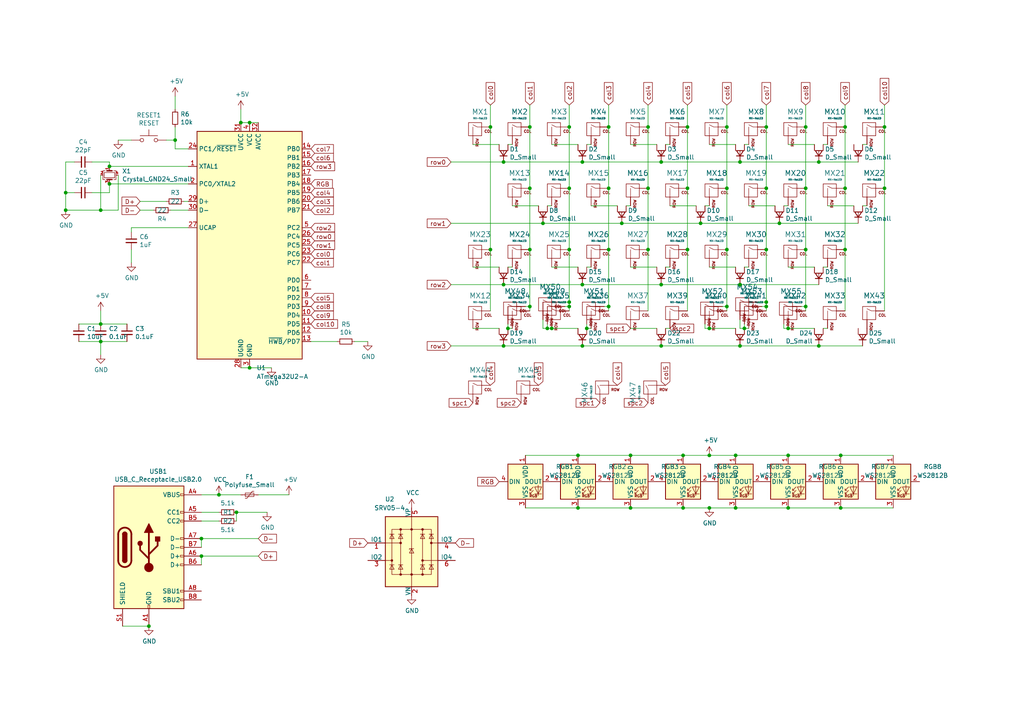
<source format=kicad_sch>
(kicad_sch (version 20211123) (generator eeschema)
  (paper "A4")
  (junction (at 198.12 132.08))
  (junction (at 205.74 132.08))
  (junction (at 228.6 147.32))
  (junction (at 203.2 64.77))
  (junction (at 146.05 46.99))
  (junction (at 222.25 87.63))
  (junction (at 72.39 35.56))
  (junction (at 222.25 88.9))
  (junction (at 205.74 147.32))
  (junction (at 165.1 54.61))
  (junction (at 187.96 36.83))
  (junction (at 237.49 100.33))
  (junction (at 165.1 36.83))
  (junction (at 210.82 72.39))
  (junction (at 19.05 60.96))
  (junction (at 153.67 36.83))
  (junction (at 233.68 54.61))
  (junction (at 176.53 88.9))
  (junction (at 199.39 72.39))
  (junction (at 142.24 72.39))
  (junction (at 233.68 72.39))
  (junction (at 245.11 72.39))
  (junction (at 245.11 54.61))
  (junction (at 210.82 36.83))
  (junction (at 256.54 36.83))
  (junction (at 142.24 36.83))
  (junction (at 187.96 72.39))
  (junction (at 214.63 82.55))
  (junction (at 153.67 88.9))
  (junction (at 146.05 82.55))
  (junction (at 182.88 132.08))
  (junction (at 198.12 147.32))
  (junction (at 243.84 147.32))
  (junction (at 153.67 54.61))
  (junction (at 256.54 54.61))
  (junction (at 226.06 64.77))
  (junction (at 228.6 132.08))
  (junction (at 182.88 147.32))
  (junction (at 187.96 54.61))
  (junction (at 199.39 54.61))
  (junction (at 222.25 36.83))
  (junction (at 214.63 100.33))
  (junction (at 215.9 95.25))
  (junction (at 165.1 72.39))
  (junction (at 43.18 181.61))
  (junction (at 158.75 95.25))
  (junction (at 199.39 36.83))
  (junction (at 72.39 106.68))
  (junction (at 69.85 35.56))
  (junction (at 168.91 100.33))
  (junction (at 160.02 95.25))
  (junction (at 31.75 53.34))
  (junction (at 176.53 54.61))
  (junction (at 213.36 147.32))
  (junction (at 29.21 99.06))
  (junction (at 146.05 100.33))
  (junction (at 29.21 93.98))
  (junction (at 233.68 36.83))
  (junction (at 176.53 36.83))
  (junction (at 228.6 95.25))
  (junction (at 58.42 156.21))
  (junction (at 191.77 82.55))
  (junction (at 214.63 46.99))
  (junction (at 180.34 64.77))
  (junction (at 31.75 48.26))
  (junction (at 167.64 132.08))
  (junction (at 210.82 54.61))
  (junction (at 168.91 82.55))
  (junction (at 63.5 143.51))
  (junction (at 233.68 88.9))
  (junction (at 157.48 64.77))
  (junction (at 147.32 95.25))
  (junction (at 243.84 132.08))
  (junction (at 237.49 46.99))
  (junction (at 222.25 54.61))
  (junction (at 222.25 72.39))
  (junction (at 50.8 40.64))
  (junction (at 176.53 72.39))
  (junction (at 19.05 55.88))
  (junction (at 168.91 46.99))
  (junction (at 29.21 60.96))
  (junction (at 210.82 88.9))
  (junction (at 165.1 87.63))
  (junction (at 191.77 46.99))
  (junction (at 170.18 95.25))
  (junction (at 245.11 36.83))
  (junction (at 58.42 161.29))
  (junction (at 213.36 132.08))
  (junction (at 167.64 147.32))
  (junction (at 191.77 100.33))
  (junction (at 153.67 72.39))
  (junction (at 68.58 148.59))
  (junction (at 165.1 88.9))
  (junction (at 205.74 95.25))
  (wire (pts (xy 193.04 95.25) (xy 194.31 95.25)))
  (wire (pts (xy 176.53 88.9) (xy 176.53 90.17)))
  (wire (pts (xy 181.61 59.69) (xy 182.88 59.69)))
  (wire (pts (xy 35.56 181.61) (xy 43.18 181.61)))
  (wire (pts (xy 31.75 46.99) (xy 26.67 46.99)))
  (wire (pts (xy 245.11 36.83) (xy 245.11 54.61)))
  (wire (pts (xy 222.25 54.61) (xy 222.25 72.39)))
  (wire (pts (xy 168.91 100.33) (xy 191.77 100.33)))
  (wire (pts (xy 204.47 59.69) (xy 205.74 59.69)))
  (wire (pts (xy 233.68 72.39) (xy 233.68 88.9)))
  (wire (pts (xy 213.36 147.32) (xy 228.6 147.32)))
  (wire (pts (xy 214.63 100.33) (xy 237.49 100.33)))
  (wire (pts (xy 168.91 46.99) (xy 191.77 46.99)))
  (wire (pts (xy 63.5 143.51) (xy 69.85 143.51)))
  (wire (pts (xy 31.75 55.88) (xy 31.75 53.34)))
  (wire (pts (xy 187.96 72.39) (xy 187.96 90.17)))
  (wire (pts (xy 233.68 30.48) (xy 233.68 36.83)))
  (wire (pts (xy 54.61 66.04) (xy 38.1 66.04)))
  (wire (pts (xy 247.65 59.69) (xy 240.03 59.69)))
  (wire (pts (xy 193.04 41.91) (xy 194.31 41.91)))
  (wire (pts (xy 204.47 95.25) (xy 204.47 93.98)))
  (wire (pts (xy 214.63 95.25) (xy 215.9 95.25)))
  (wire (pts (xy 58.42 151.13) (xy 63.5 151.13)))
  (wire (pts (xy 167.64 95.25) (xy 160.02 95.25)))
  (wire (pts (xy 54.61 48.26) (xy 31.75 48.26)))
  (wire (pts (xy 38.1 66.04) (xy 38.1 67.31)))
  (wire (pts (xy 180.34 64.77) (xy 203.2 64.77)))
  (wire (pts (xy 50.8 40.64) (xy 50.8 43.18)))
  (wire (pts (xy 237.49 100.33) (xy 250.19 100.33)))
  (wire (pts (xy 165.1 54.61) (xy 165.1 72.39)))
  (wire (pts (xy 170.18 77.47) (xy 171.45 77.47)))
  (wire (pts (xy 243.84 132.08) (xy 259.08 132.08)))
  (wire (pts (xy 142.24 30.48) (xy 142.24 36.83)))
  (wire (pts (xy 256.54 36.83) (xy 256.54 54.61)))
  (wire (pts (xy 147.32 93.98) (xy 147.32 95.25)))
  (wire (pts (xy 22.86 99.06) (xy 29.21 99.06)))
  (wire (pts (xy 245.11 72.39) (xy 245.11 90.17)))
  (wire (pts (xy 187.96 54.61) (xy 187.96 72.39)))
  (wire (pts (xy 167.64 77.47) (xy 160.02 77.47)))
  (wire (pts (xy 29.21 99.06) (xy 36.83 99.06)))
  (wire (pts (xy 193.04 77.47) (xy 194.31 77.47)))
  (wire (pts (xy 199.39 54.61) (xy 199.39 72.39)))
  (wire (pts (xy 153.67 36.83) (xy 153.67 30.48)))
  (wire (pts (xy 245.11 54.61) (xy 245.11 72.39)))
  (wire (pts (xy 77.47 148.59) (xy 68.58 148.59)))
  (wire (pts (xy 238.76 95.25) (xy 240.03 95.25)))
  (wire (pts (xy 170.18 41.91) (xy 171.45 41.91)))
  (wire (pts (xy 238.76 41.91) (xy 240.03 41.91)))
  (wire (pts (xy 222.25 88.9) (xy 222.25 90.17)))
  (wire (pts (xy 157.48 92.71) (xy 157.48 95.25)))
  (wire (pts (xy 34.29 50.8) (xy 34.29 60.96)))
  (wire (pts (xy 222.25 72.39) (xy 222.25 87.63)))
  (wire (pts (xy 158.75 59.69) (xy 160.02 59.69)))
  (wire (pts (xy 48.26 40.64) (xy 50.8 40.64)))
  (wire (pts (xy 175.26 88.9) (xy 176.53 88.9)))
  (wire (pts (xy 158.75 95.25) (xy 160.02 95.25)))
  (wire (pts (xy 29.21 93.98) (xy 29.21 90.17)))
  (wire (pts (xy 213.36 77.47) (xy 205.74 77.47)))
  (wire (pts (xy 69.85 106.68) (xy 72.39 106.68)))
  (wire (pts (xy 58.42 158.75) (xy 58.42 156.21)))
  (wire (pts (xy 228.6 147.32) (xy 243.84 147.32)))
  (wire (pts (xy 214.63 82.55) (xy 237.49 82.55)))
  (wire (pts (xy 228.6 132.08) (xy 243.84 132.08)))
  (wire (pts (xy 236.22 77.47) (xy 228.6 77.47)))
  (wire (pts (xy 147.32 95.25) (xy 148.59 95.25)))
  (wire (pts (xy 29.21 60.96) (xy 19.05 60.96)))
  (wire (pts (xy 236.22 95.25) (xy 228.6 95.25)))
  (wire (pts (xy 238.76 77.47) (xy 240.03 77.47)))
  (wire (pts (xy 214.63 92.71) (xy 214.63 95.25)))
  (wire (pts (xy 152.4 132.08) (xy 167.64 132.08)))
  (wire (pts (xy 72.39 106.68) (xy 78.74 106.68)))
  (wire (pts (xy 38.1 76.2) (xy 38.1 72.39)))
  (wire (pts (xy 53.34 58.42) (xy 54.61 58.42)))
  (wire (pts (xy 250.19 59.69) (xy 251.46 59.69)))
  (wire (pts (xy 54.61 43.18) (xy 50.8 43.18)))
  (wire (pts (xy 165.1 87.63) (xy 165.1 88.9)))
  (wire (pts (xy 31.75 46.99) (xy 31.75 48.26)))
  (wire (pts (xy 191.77 46.99) (xy 214.63 46.99)))
  (wire (pts (xy 199.39 36.83) (xy 199.39 54.61)))
  (wire (pts (xy 215.9 41.91) (xy 217.17 41.91)))
  (wire (pts (xy 106.68 99.06) (xy 102.87 99.06)))
  (wire (pts (xy 29.21 93.98) (xy 36.83 93.98)))
  (wire (pts (xy 19.05 46.99) (xy 21.59 46.99)))
  (wire (pts (xy 210.82 30.48) (xy 210.82 36.83)))
  (wire (pts (xy 19.05 55.88) (xy 19.05 46.99)))
  (wire (pts (xy 162.56 87.63) (xy 165.1 87.63)))
  (wire (pts (xy 190.5 77.47) (xy 182.88 77.47)))
  (wire (pts (xy 142.24 72.39) (xy 142.24 90.17)))
  (wire (pts (xy 222.25 87.63) (xy 222.25 88.9)))
  (wire (pts (xy 157.48 95.25) (xy 158.75 95.25)))
  (wire (pts (xy 215.9 77.47) (xy 217.17 77.47)))
  (wire (pts (xy 146.05 46.99) (xy 168.91 46.99)))
  (wire (pts (xy 191.77 82.55) (xy 214.63 82.55)))
  (wire (pts (xy 50.8 36.83) (xy 50.8 40.64)))
  (wire (pts (xy 153.67 36.83) (xy 153.67 54.61)))
  (wire (pts (xy 29.21 93.98) (xy 22.86 93.98)))
  (wire (pts (xy 167.64 147.32) (xy 182.88 147.32)))
  (wire (pts (xy 199.39 72.39) (xy 199.39 90.17)))
  (wire (pts (xy 179.07 59.69) (xy 171.45 59.69)))
  (wire (pts (xy 210.82 36.83) (xy 210.82 54.61)))
  (wire (pts (xy 219.71 87.63) (xy 222.25 87.63)))
  (wire (pts (xy 220.98 88.9) (xy 222.25 88.9)))
  (wire (pts (xy 167.64 132.08) (xy 182.88 132.08)))
  (wire (pts (xy 205.74 95.25) (xy 204.47 95.25)))
  (wire (pts (xy 176.53 54.61) (xy 176.53 72.39)))
  (wire (pts (xy 205.74 132.08) (xy 213.36 132.08)))
  (wire (pts (xy 213.36 41.91) (xy 205.74 41.91)))
  (wire (pts (xy 156.21 59.69) (xy 148.59 59.69)))
  (wire (pts (xy 146.05 100.33) (xy 168.91 100.33)))
  (wire (pts (xy 187.96 36.83) (xy 187.96 54.61)))
  (wire (pts (xy 198.12 132.08) (xy 205.74 132.08)))
  (wire (pts (xy 142.24 36.83) (xy 142.24 72.39)))
  (wire (pts (xy 26.67 55.88) (xy 31.75 55.88)))
  (wire (pts (xy 146.05 82.55) (xy 168.91 82.55)))
  (wire (pts (xy 68.58 151.13) (xy 68.58 148.59)))
  (wire (pts (xy 182.88 147.32) (xy 198.12 147.32)))
  (wire (pts (xy 72.39 35.56) (xy 74.93 35.56)))
  (wire (pts (xy 215.9 93.98) (xy 215.9 95.25)))
  (wire (pts (xy 250.19 41.91) (xy 251.46 41.91)))
  (wire (pts (xy 198.12 147.32) (xy 205.74 147.32)))
  (wire (pts (xy 190.5 41.91) (xy 182.88 41.91)))
  (wire (pts (xy 19.05 55.88) (xy 19.05 60.96)))
  (wire (pts (xy 130.81 82.55) (xy 146.05 82.55)))
  (wire (pts (xy 205.74 147.32) (xy 213.36 147.32)))
  (wire (pts (xy 38.1 40.64) (xy 34.29 40.64)))
  (wire (pts (xy 147.32 41.91) (xy 148.59 41.91)))
  (wire (pts (xy 130.81 100.33) (xy 146.05 100.33)))
  (wire (pts (xy 214.63 46.99) (xy 237.49 46.99)))
  (wire (pts (xy 40.64 58.42) (xy 48.26 58.42)))
  (wire (pts (xy 157.48 64.77) (xy 180.34 64.77)))
  (wire (pts (xy 44.45 60.96) (xy 40.64 60.96)))
  (wire (pts (xy 176.53 36.83) (xy 176.53 54.61)))
  (wire (pts (xy 49.53 60.96) (xy 54.61 60.96)))
  (wire (pts (xy 29.21 102.87) (xy 29.21 99.06)))
  (wire (pts (xy 222.25 36.83) (xy 222.25 30.48)))
  (wire (pts (xy 213.36 132.08) (xy 228.6 132.08)))
  (wire (pts (xy 69.85 35.56) (xy 72.39 35.56)))
  (wire (pts (xy 69.85 31.75) (xy 69.85 35.56)))
  (wire (pts (xy 29.21 50.8) (xy 29.21 60.96)))
  (wire (pts (xy 130.81 64.77) (xy 157.48 64.77)))
  (wire (pts (xy 209.55 88.9) (xy 210.82 88.9)))
  (wire (pts (xy 137.16 41.91) (xy 144.78 41.91)))
  (wire (pts (xy 21.59 55.88) (xy 19.05 55.88)))
  (wire (pts (xy 210.82 88.9) (xy 210.82 90.17)))
  (wire (pts (xy 176.53 72.39) (xy 176.53 88.9)))
  (wire (pts (xy 163.83 88.9) (xy 165.1 88.9)))
  (wire (pts (xy 144.78 77.47) (xy 137.16 77.47)))
  (wire (pts (xy 232.41 88.9) (xy 233.68 88.9)))
  (wire (pts (xy 167.64 41.91) (xy 160.02 41.91)))
  (wire (pts (xy 58.42 161.29) (xy 74.93 161.29)))
  (wire (pts (xy 31.75 53.34) (xy 54.61 53.34)))
  (wire (pts (xy 199.39 36.83) (xy 199.39 30.48)))
  (wire (pts (xy 245.11 36.83) (xy 245.11 30.48)))
  (wire (pts (xy 176.53 36.83) (xy 176.53 30.48)))
  (wire (pts (xy 158.75 93.98) (xy 158.75 95.25)))
  (wire (pts (xy 165.1 72.39) (xy 165.1 87.63)))
  (wire (pts (xy 222.25 36.83) (xy 222.25 54.61)))
  (wire (pts (xy 182.88 95.25) (xy 190.5 95.25)))
  (wire (pts (xy 58.42 156.21) (xy 74.93 156.21)))
  (wire (pts (xy 236.22 41.91) (xy 228.6 41.91)))
  (wire (pts (xy 147.32 77.47) (xy 148.59 77.47)))
  (wire (pts (xy 170.18 93.98) (xy 170.18 95.25)))
  (wire (pts (xy 191.77 100.33) (xy 214.63 100.33)))
  (wire (pts (xy 130.81 46.99) (xy 146.05 46.99)))
  (wire (pts (xy 226.06 64.77) (xy 248.92 64.77)))
  (wire (pts (xy 58.42 148.59) (xy 63.5 148.59)))
  (wire (pts (xy 153.67 88.9) (xy 153.67 90.17)))
  (wire (pts (xy 187.96 30.48) (xy 187.96 36.83)))
  (wire (pts (xy 152.4 88.9) (xy 153.67 88.9)))
  (wire (pts (xy 152.4 147.32) (xy 167.64 147.32)))
  (wire (pts (xy 58.42 143.51) (xy 63.5 143.51)))
  (wire (pts (xy 153.67 72.39) (xy 153.67 88.9)))
  (wire (pts (xy 170.18 95.25) (xy 171.45 95.25)))
  (wire (pts (xy 165.1 30.48) (xy 165.1 36.83)))
  (wire (pts (xy 227.33 59.69) (xy 228.6 59.69)))
  (wire (pts (xy 237.49 46.99) (xy 248.92 46.99)))
  (wire (pts (xy 182.88 132.08) (xy 198.12 132.08)))
  (wire (pts (xy 243.84 147.32) (xy 259.08 147.32)))
  (wire (pts (xy 213.36 95.25) (xy 205.74 95.25)))
  (wire (pts (xy 210.82 54.61) (xy 210.82 72.39)))
  (wire (pts (xy 224.79 59.69) (xy 217.17 59.69)))
  (wire (pts (xy 256.54 54.61) (xy 256.54 90.17)))
  (wire (pts (xy 97.79 99.06) (xy 90.17 99.06)))
  (wire (pts (xy 29.21 60.96) (xy 34.29 60.96)))
  (wire (pts (xy 168.91 82.55) (xy 191.77 82.55)))
  (wire (pts (xy 233.68 88.9) (xy 233.68 90.17)))
  (wire (pts (xy 153.67 54.61) (xy 153.67 72.39)))
  (wire (pts (xy 227.33 93.98) (xy 227.33 95.25)))
  (wire (pts (xy 210.82 72.39) (xy 210.82 88.9)))
  (wire (pts (xy 50.8 27.94) (xy 50.8 31.75)))
  (wire (pts (xy 58.42 163.83) (xy 58.42 161.29)))
  (wire (pts (xy 165.1 36.83) (xy 165.1 54.61)))
  (wire (pts (xy 233.68 36.83) (xy 233.68 54.61)))
  (wire (pts (xy 201.93 59.69) (xy 194.31 59.69)))
  (wire (pts (xy 227.33 95.25) (xy 228.6 95.25)))
  (wire (pts (xy 256.54 30.48) (xy 256.54 36.83)))
  (wire (pts (xy 203.2 64.77) (xy 226.06 64.77)))
  (wire (pts (xy 165.1 88.9) (xy 165.1 90.17)))
  (wire (pts (xy 233.68 54.61) (xy 233.68 72.39)))
  (wire (pts (xy 137.16 95.25) (xy 144.78 95.25)))
  (wire (pts (xy 215.9 95.25) (xy 217.17 95.25)))
  (wire (pts (xy 74.93 143.51) (xy 83.82 143.51)))
  (global_label "col3" (shape input) (at 90.17 58.42 0) (property "Intersheet References" "${INTERSHEET_REFS}" (effects hide)))
  (global_label "col10" (shape input) (at 90.17 93.98 0) (property "Intersheet References" "${INTERSHEET_REFS}" (effects hide)))
  (global_label "row0" (shape input) (at 90.17 68.58 0) (property "Intersheet References" "${INTERSHEET_REFS}" (effects hide)))
  (global_label "col5" (shape input) (at 199.39 30.48 90) (property "Intersheet References" "${INTERSHEET_REFS}" (effects hide)))
  (global_label "col4" (shape input) (at 179.07 111.76 90) (property "Intersheet References" "${INTERSHEET_REFS}" (effects hide)))
  (global_label "col6" (shape input) (at 90.17 45.72 0) (property "Intersheet References" "${INTERSHEET_REFS}" (effects hide)))
  (global_label "col9" (shape input) (at 90.17 91.44 0) (property "Intersheet References" "${INTERSHEET_REFS}" (effects hide)))
  (global_label "row3" (shape input) (at 90.17 48.26 0) (property "Intersheet References" "${INTERSHEET_REFS}" (effects hide)))
  (global_label "col6" (shape input) (at 210.82 30.48 90) (property "Intersheet References" "${INTERSHEET_REFS}" (effects hide)))
  (global_label "col9" (shape input) (at 245.11 30.48 90) (property "Intersheet References" "${INTERSHEET_REFS}" (effects hide)))
  (global_label "RGB" (shape input) (at 90.17 53.34 0) (property "Intersheet References" "${INTERSHEET_REFS}" (effects hide)))
  (global_label "col7" (shape input) (at 90.17 43.18 0) (property "Intersheet References" "${INTERSHEET_REFS}" (effects hide)))
  (global_label "col0" (shape input) (at 90.17 73.66 0) (property "Intersheet References" "${INTERSHEET_REFS}" (effects hide)))
  (global_label "spc2" (shape input) (at 187.96 116.84 180) (property "Intersheet References" "${INTERSHEET_REFS}" (effects hide)))
  (global_label "D-" (shape input) (at 74.93 156.21 0) (property "Intersheet References" "${INTERSHEET_REFS}" (effects hide)))
  (global_label "row0" (shape input) (at 130.81 46.99 180) (property "Intersheet References" "${INTERSHEET_REFS}" (effects hide)))
  (global_label "spc2" (shape input) (at 151.13 116.84 180) (property "Intersheet References" "${INTERSHEET_REFS}" (effects hide)))
  (global_label "col1" (shape input) (at 90.17 76.2 0) (property "Intersheet References" "${INTERSHEET_REFS}" (effects hide)))
  (global_label "col10" (shape input) (at 256.54 30.48 90) (property "Intersheet References" "${INTERSHEET_REFS}" (effects hide)))
  (global_label "spc1" (shape input) (at 182.88 95.25 180) (property "Intersheet References" "${INTERSHEET_REFS}" (effects hide)))
  (global_label "D+" (shape input) (at 106.68 157.48 180) (property "Intersheet References" "${INTERSHEET_REFS}" (effects hide)))
  (global_label "row2" (shape input) (at 130.81 82.55 180) (property "Intersheet References" "${INTERSHEET_REFS}" (effects hide)))
  (global_label "col5" (shape input) (at 156.21 111.76 90) (property "Intersheet References" "${INTERSHEET_REFS}" (effects hide)))
  (global_label "spc2" (shape input) (at 194.31 95.25 0) (property "Intersheet References" "${INTERSHEET_REFS}" (effects hide)))
  (global_label "col8" (shape input) (at 233.68 30.48 90) (property "Intersheet References" "${INTERSHEET_REFS}" (effects hide)))
  (global_label "row1" (shape input) (at 130.81 64.77 180) (property "Intersheet References" "${INTERSHEET_REFS}" (effects hide)))
  (global_label "col5" (shape input) (at 90.17 86.36 0) (property "Intersheet References" "${INTERSHEET_REFS}" (effects hide)))
  (global_label "col1" (shape input) (at 153.67 30.48 90) (property "Intersheet References" "${INTERSHEET_REFS}" (effects hide)))
  (global_label "spc1" (shape input) (at 173.99 116.84 180) (property "Intersheet References" "${INTERSHEET_REFS}" (effects hide)))
  (global_label "D-" (shape input) (at 132.08 157.48 0) (property "Intersheet References" "${INTERSHEET_REFS}" (effects hide)))
  (global_label "RGB" (shape input) (at 144.78 139.7 180) (property "Intersheet References" "${INTERSHEET_REFS}" (effects hide)))
  (global_label "D+" (shape input) (at 74.93 161.29 0) (property "Intersheet References" "${INTERSHEET_REFS}" (effects hide)))
  (global_label "col2" (shape input) (at 165.1 30.48 90) (property "Intersheet References" "${INTERSHEET_REFS}" (effects hide)))
  (global_label "col4" (shape input) (at 90.17 55.88 0) (property "Intersheet References" "${INTERSHEET_REFS}" (effects hide)))
  (global_label "D+" (shape input) (at 40.64 58.42 180) (property "Intersheet References" "${INTERSHEET_REFS}" (effects hide)))
  (global_label "col4" (shape input) (at 187.96 30.48 90) (property "Intersheet References" "${INTERSHEET_REFS}" (effects hide)))
  (global_label "col8" (shape input) (at 90.17 88.9 0) (property "Intersheet References" "${INTERSHEET_REFS}" (effects hide)))
  (global_label "row3" (shape input) (at 130.81 100.33 180) (property "Intersheet References" "${INTERSHEET_REFS}" (effects hide)))
  (global_label "spc1" (shape input) (at 137.16 116.84 180) (property "Intersheet References" "${INTERSHEET_REFS}" (effects hide)))
  (global_label "D-" (shape input) (at 40.64 60.96 180) (property "Intersheet References" "${INTERSHEET_REFS}" (effects hide)))
  (global_label "col4" (shape input) (at 142.24 111.76 90) (property "Intersheet References" "${INTERSHEET_REFS}" (effects hide)))
  (global_label "row2" (shape input) (at 90.17 66.04 0) (property "Intersheet References" "${INTERSHEET_REFS}" (effects hide)))
  (global_label "col7" (shape input) (at 222.25 30.48 90) (property "Intersheet References" "${INTERSHEET_REFS}" (effects hide)))
  (global_label "col2" (shape input) (at 90.17 60.96 0) (property "Intersheet References" "${INTERSHEET_REFS}" (effects hide)))
  (global_label "row1" (shape input) (at 90.17 71.12 0) (property "Intersheet References" "${INTERSHEET_REFS}" (effects hide)))
  (global_label "col5" (shape input) (at 193.04 111.76 90) (property "Intersheet References" "${INTERSHEET_REFS}" (effects hide)))
  (global_label "col3" (shape input) (at 176.53 30.48 90) (property "Intersheet References" "${INTERSHEET_REFS}" (effects hide)))
  (global_label "col0" (shape input) (at 142.24 30.48 90) (property "Intersheet References" "${INTERSHEET_REFS}" (effects hide)))
  (symbol (lib_id "power:+5V") (at 69.85 31.75 0) (unit 1)
    (property "Reference" "#PWR02" (effects hide))
    (property "Value" "+5V" (at 70.231 27.3558 0))
  )
  (symbol (lib_id "power:GND") (at 78.74 106.68 0) (unit 1)
    (property "Reference" "#PWR017" (effects hide))
    (property "Value" "GND" (at 78.867 111.0742 0))
  )
  (symbol (lib_id "Device:R_Small") (at 100.33 99.06 270) (unit 1)
    (property "Reference" "R5" (at 100.33 94.0816 90))
    (property "Value" "10k" (at 100.33 96.393 90))
    (property "Footprint" "Resistor_SMD:R_0805_2012Metric" (effects hide))
    (property "LCSC" "C17414" (effects hide))
  )
  (symbol (lib_id "power:GND") (at 106.68 99.06 0) (unit 1)
    (property "Reference" "#PWR012" (effects hide))
    (property "Value" "GND" (at 106.807 103.4542 0))
  )
  (symbol (lib_id "Device:C_Small") (at 38.1 69.85 0) (unit 1)
    (property "Reference" "C6" (at 40.4368 68.6816 0) (effects (justify left)))
    (property "Value" "1uF" (at 40.4368 70.993 0) (effects (justify left)))
    (property "Footprint" "Capacitor_SMD:C_0805_2012Metric" (effects hide))
    (property "LCSC" "C24123" (effects hide))
  )
  (symbol (lib_id "power:GND") (at 38.1 76.2 0) (unit 1)
    (property "Reference" "#PWR010" (effects hide))
    (property "Value" "GND" (at 38.227 80.5942 0))
  )
  (symbol (lib_id "power:GND") (at 29.21 102.87 0) (unit 1)
    (property "Reference" "#PWR016" (effects hide))
    (property "Value" "GND" (at 29.337 107.2642 0))
  )
  (symbol (lib_id "power:+5V") (at 29.21 90.17 0) (unit 1)
    (property "Reference" "#PWR015" (effects hide))
    (property "Value" "+5V" (at 29.591 85.7758 0))
  )
  (symbol (lib_id "Device:C_Small") (at 29.21 96.52 0) (unit 1)
    (property "Reference" "C2" (at 31.5468 95.3516 0) (effects (justify left)))
    (property "Value" "0.1uF" (at 31.5468 97.663 0) (effects (justify left)))
    (property "Footprint" "Capacitor_SMD:C_0805_2012Metric" (effects hide))
    (property "LCSC" "C49678" (effects hide))
  )
  (symbol (lib_id "Device:C_Small") (at 36.83 96.52 0) (unit 1)
    (property "Reference" "C3" (at 39.1668 95.3516 0) (effects (justify left)))
    (property "Value" "0.1uF" (at 39.1668 97.663 0) (effects (justify left)))
    (property "Footprint" "Capacitor_SMD:C_0805_2012Metric" (effects hide))
    (property "LCSC" "C49678" (effects hide))
  )
  (symbol (lib_id "Device:C_Small") (at 22.86 96.52 0) (unit 1)
    (property "Reference" "C1" (at 25.1968 95.3516 0) (effects (justify left)))
    (property "Value" "10uF" (at 25.1968 97.663 0) (effects (justify left)))
    (property "Footprint" "Capacitor_SMD:C_0805_2012Metric" (effects hide))
    (property "LCSC" "C91245" (effects hide))
  )
  (symbol (lib_id "Device:Crystal_GND24_Small") (at 31.75 50.8 270) (unit 1)
    (property "Reference" "X1" (at 35.4076 49.6316 90) (effects (justify left)))
    (property "Value" "Crystal_GND24_Small" (at 35.4076 51.943 90) (effects (justify left)))
    (property "Footprint" "Crystal:Crystal_SMD_3225-4Pin_3.2x2.5mm" (effects hide))
    (property "LCSC" "C13738" (effects hide))
  )
  (symbol (lib_id "Device:C_Small") (at 24.13 46.99 270) (unit 1)
    (property "Reference" "C4" (at 24.13 41.1734 90))
    (property "Value" "22pF" (at 24.13 43.4848 90))
    (property "Footprint" "Capacitor_SMD:C_0805_2012Metric" (effects hide))
    (property "LCSC" "C1804" (effects hide))
  )
  (symbol (lib_id "Device:C_Small") (at 24.13 55.88 270) (unit 1)
    (property "Reference" "C5" (at 24.13 50.0634 90))
    (property "Value" "22pF" (at 24.13 52.3748 90))
    (property "Footprint" "Capacitor_SMD:C_0805_2012Metric" (effects hide))
    (property "LCSC" "C1804" (effects hide))
  )
  (symbol (lib_id "power:GND") (at 19.05 60.96 0) (unit 1)
    (property "Reference" "#PWR04" (effects hide))
    (property "Value" "GND" (at 19.177 65.3542 0))
  )
  (symbol (lib_id "Switch:SW_Push") (at 43.18 40.64 0) (unit 1)
    (property "Reference" "RESET1" (at 43.18 33.401 0))
    (property "Value" "RESET" (at 43.18 35.7124 0))
    (property "Footprint" "Connector_PinHeader_2.54mm:PinHeader_1x02_P2.54mm_Vertical" (effects hide))
  )
  (symbol (lib_id "power:GND") (at 34.29 40.64 0) (unit 1)
    (property "Reference" "#PWR03" (effects hide))
    (property "Value" "GND" (at 34.417 45.0342 0))
  )
  (symbol (lib_id "Device:R_Small") (at 50.8 34.29 180) (unit 1)
    (property "Reference" "R6" (at 52.2986 33.1216 0) (effects (justify right)))
    (property "Value" "10k" (at 52.2986 35.433 0) (effects (justify right)))
    (property "Footprint" "Resistor_SMD:R_0805_2012Metric" (effects hide))
    (property "LCSC" "C17414" (effects hide))
  )
  (symbol (lib_id "power:+5V") (at 50.8 27.94 0) (unit 1)
    (property "Reference" "#PWR01" (effects hide))
    (property "Value" "+5V" (at 51.181 23.5458 0))
  )
  (symbol (lib_id "Device:R_Small") (at 50.8 58.42 90) (unit 1)
    (property "Reference" "R3" (at 50.8 55.88 90))
    (property "Value" "22" (at 50.8 58.42 90))
    (property "Footprint" "Resistor_SMD:R_0805_2012Metric" (effects hide))
    (property "LCSC" "C17561" (effects hide))
  )
  (symbol (lib_id "Device:R_Small") (at 46.99 60.96 90) (unit 1)
    (property "Reference" "R4" (at 46.99 63.5 90))
    (property "Value" "22" (at 46.99 60.96 90))
    (property "Footprint" "Resistor_SMD:R_0805_2012Metric" (effects hide))
    (property "LCSC" "C17561" (effects hide))
  )
  (symbol (lib_id "Device:Polyfuse_Small") (at 72.39 143.51 270) (unit 1)
    (property "Reference" "F1" (at 72.39 138.303 90))
    (property "Value" "Polyfuse_Small" (at 72.39 140.6144 90))
    (property "Footprint" "Fuse:Fuse_1206_3216Metric" (effects hide))
    (property "LCSC" "C69688" (effects hide))
  )
  (symbol (lib_id "power:+5V") (at 83.82 143.51 0) (unit 1)
    (property "Reference" "#PWR06" (effects hide))
    (property "Value" "+5V" (at 84.201 139.1158 0))
  )
  (symbol (lib_id "power:VCC") (at 63.5 143.51 0) (unit 1)
    (property "Reference" "#PWR07" (effects hide))
    (property "Value" "VCC" (at 63.881 139.1158 0))
  )
  (symbol (lib_id "power:GND") (at 43.18 181.61 0) (unit 1)
    (property "Reference" "#PWR08" (effects hide))
    (property "Value" "GND" (at 43.307 186.0042 0))
  )
  (symbol (lib_id "MX_Alps_Hybrid:MX-NoLED") (at 149.86 38.1 0) (unit 1)
    (property "Reference" "MX2" (at 150.6982 32.4358 0) (effects (font (size 1.524 1.524))))
    (property "Value" "MX-NoLED" (at 150.6982 34.3154 0) (effects (font (size 0.508 0.508))))
    (property "Footprint" "MX_Only:MXOnly-1U-NoLED" (effects hide))
  )
  (symbol (lib_id "MX_Alps_Hybrid:MX-NoLED") (at 161.29 38.1 0) (unit 1)
    (property "Reference" "MX3" (at 162.1282 32.4358 0) (effects (font (size 1.524 1.524))))
    (property "Value" "MX-NoLED" (at 162.1282 34.3154 0) (effects (font (size 0.508 0.508))))
    (property "Footprint" "MX_Only:MXOnly-1U-NoLED" (effects hide))
  )
  (symbol (lib_id "MX_Alps_Hybrid:MX-NoLED") (at 172.72 38.1 0) (unit 1)
    (property "Reference" "MX4" (at 173.5582 32.4358 0) (effects (font (size 1.524 1.524))))
    (property "Value" "MX-NoLED" (at 173.5582 34.3154 0) (effects (font (size 0.508 0.508))))
    (property "Footprint" "MX_Only:MXOnly-1U-NoLED" (effects hide))
  )
  (symbol (lib_id "MX_Alps_Hybrid:MX-NoLED") (at 184.15 38.1 0) (unit 1)
    (property "Reference" "MX5" (at 184.9882 32.4358 0) (effects (font (size 1.524 1.524))))
    (property "Value" "MX-NoLED" (at 184.9882 34.3154 0) (effects (font (size 0.508 0.508))))
    (property "Footprint" "MX_Only:MXOnly-1U-NoLED" (effects hide))
  )
  (symbol (lib_id "custom:D_AAK_Small") (at 168.91 44.45 90) (unit 1)
    (property "Reference" "D2" (at 170.688 43.2816 90) (effects (justify right)))
    (property "Value" "D_Small" (at 170.688 45.593 90) (effects (justify right)))
    (property "Footprint" "custom_parts:D_SOT-23_ANK_norm" (effects hide))
    (property "LCSC" "C68978" (effects hide))
  )
  (symbol (lib_id "MX_Alps_Hybrid:MX-NoLED") (at 195.58 38.1 0) (unit 1)
    (property "Reference" "MX6" (at 196.4182 32.4358 0) (effects (font (size 1.524 1.524))))
    (property "Value" "MX-NoLED" (at 196.4182 34.3154 0) (effects (font (size 0.508 0.508))))
    (property "Footprint" "MX_Only:MXOnly-1U-NoLED" (effects hide))
  )
  (symbol (lib_id "MX_Alps_Hybrid:MX-NoLED") (at 207.01 38.1 0) (unit 1)
    (property "Reference" "MX7" (at 207.8482 32.4358 0) (effects (font (size 1.524 1.524))))
    (property "Value" "MX-NoLED" (at 207.8482 34.3154 0) (effects (font (size 0.508 0.508))))
    (property "Footprint" "MX_Only:MXOnly-1U-NoLED" (effects hide))
  )
  (symbol (lib_id "custom:D_AAK_Small") (at 191.77 44.45 90) (unit 1)
    (property "Reference" "D3" (at 193.548 43.2816 90) (effects (justify right)))
    (property "Value" "D_Small" (at 193.548 45.593 90) (effects (justify right)))
    (property "Footprint" "custom_parts:D_SOT-23_ANK_norm" (effects hide))
    (property "LCSC" "C68978" (effects hide))
  )
  (symbol (lib_id "MX_Alps_Hybrid:MX-NoLED") (at 218.44 38.1 0) (unit 1)
    (property "Reference" "MX8" (at 219.2782 32.4358 0) (effects (font (size 1.524 1.524))))
    (property "Value" "MX-NoLED" (at 219.2782 34.3154 0) (effects (font (size 0.508 0.508))))
    (property "Footprint" "MX_Only:MXOnly-1U-NoLED" (effects hide))
  )
  (symbol (lib_id "MX_Alps_Hybrid:MX-NoLED") (at 229.87 38.1 0) (unit 1)
    (property "Reference" "MX9" (at 230.7082 32.4358 0) (effects (font (size 1.524 1.524))))
    (property "Value" "MX-NoLED" (at 230.7082 34.3154 0) (effects (font (size 0.508 0.508))))
    (property "Footprint" "MX_Only:MXOnly-1U-NoLED" (effects hide))
  )
  (symbol (lib_id "custom:D_AAK_Small") (at 214.63 44.45 90) (unit 1)
    (property "Reference" "D4" (at 216.408 43.2816 90) (effects (justify right)))
    (property "Value" "D_Small" (at 216.408 45.593 90) (effects (justify right)))
    (property "Footprint" "custom_parts:D_SOT-23_ANK_norm" (effects hide))
    (property "LCSC" "C68978" (effects hide))
  )
  (symbol (lib_id "MX_Alps_Hybrid:MX-NoLED") (at 241.3 38.1 0) (unit 1)
    (property "Reference" "MX10" (at 242.1382 32.4358 0) (effects (font (size 1.524 1.524))))
    (property "Value" "MX-NoLED" (at 242.1382 34.3154 0) (effects (font (size 0.508 0.508))))
    (property "Footprint" "MX_Only:MXOnly-1U-NoLED" (effects hide))
  )
  (symbol (lib_id "custom:D_AAK_Small") (at 237.49 44.45 90) (unit 1)
    (property "Reference" "D5" (at 239.268 43.2816 90) (effects (justify right)))
    (property "Value" "D_Small" (at 239.268 45.593 90) (effects (justify right)))
    (property "Footprint" "custom_parts:D_SOT-23_ANK_norm" (effects hide))
    (property "LCSC" "C68978" (effects hide))
  )
  (symbol (lib_id "power:VCC") (at 119.38 147.32 0) (unit 1)
    (property "Reference" "#PWR0103" (effects hide))
    (property "Value" "VCC" (at 119.761 142.9258 0))
  )
  (symbol (lib_id "Connector:USB_C_Receptacle_USB2.0") (at 43.18 158.75 0) (unit 1)
    (property "Reference" "USB1" (at 45.8978 136.7282 0))
    (property "Value" "USB_C_Receptacle_USB2.0" (at 45.8978 139.0396 0))
    (property "Footprint" "Connector_USB:USB_C_Receptacle_HRO_TYPE-C-31-M-12" (effects hide))
    (property "Datasheet" "https://www.usb.org/sites/default/files/documents/usb_type-c.zip" (effects hide))
    (property "LCSC" "C165948" (effects hide))
  )
  (symbol (lib_id "Device:R_Small") (at 66.04 148.59 270) (unit 1)
    (property "Reference" "R1" (at 66.04 148.59 90))
    (property "Value" "5.1k" (at 66.04 145.923 90))
    (property "Footprint" "Resistor_SMD:R_0805_2012Metric" (effects hide))
    (property "LCSC" "C27834" (effects hide))
  )
  (symbol (lib_id "Device:R_Small") (at 66.04 151.13 270) (unit 1)
    (property "Reference" "R2" (at 66.04 151.13 90))
    (property "Value" "5.1k" (at 66.04 153.67 90))
    (property "Footprint" "Resistor_SMD:R_0805_2012Metric" (effects hide))
    (property "LCSC" "C27834" (effects hide))
  )
  (symbol (lib_id "power:GND") (at 77.47 148.59 0) (unit 1)
    (property "Reference" "#PWR0104" (effects hide))
    (property "Value" "GND" (at 77.597 152.9842 0))
  )
  (symbol (lib_id "MX_Alps_Hybrid:MX-NoLED") (at 138.43 38.1 0) (unit 1)
    (property "Reference" "MX1" (at 139.2682 32.4358 0) (effects (font (size 1.524 1.524))))
    (property "Value" "MX-NoLED" (at 139.2682 34.3154 0) (effects (font (size 0.508 0.508))))
    (property "Footprint" "MX_Only:MXOnly-1U-NoLED" (effects hide))
  )
  (symbol (lib_id "Power_Protection:SRV05-4") (at 119.38 160.02 0) (unit 1)
    (property "Reference" "U2" (at 113.03 144.78 0))
    (property "Value" "SRV05-4" (at 113.03 147.32 0))
    (property "Footprint" "Package_TO_SOT_SMD:SOT-23-6" (effects hide))
    (property "Datasheet" "http://www.onsemi.com/pub/Collateral/SRV05-4-D.PDF" (effects hide))
    (property "LCSC" "C85364" (effects hide))
  )
  (symbol (lib_id "power:GND") (at 119.38 172.72 0) (unit 1)
    (property "Reference" "#PWR014" (effects hide))
    (property "Value" "GND" (at 119.507 177.1142 0))
  )
  (symbol (lib_id "MX_Alps_Hybrid:MX-NoLED") (at 252.73 38.1 0) (unit 1)
    (property "Reference" "MX11" (at 253.5682 32.4358 0) (effects (font (size 1.524 1.524))))
    (property "Value" "MX-NoLED" (at 253.5682 34.3154 0) (effects (font (size 0.508 0.508))))
    (property "Footprint" "MX_Only:MXOnly-1U-NoLED" (effects hide))
  )
  (symbol (lib_id "custom:D_AAK_Small") (at 146.05 44.45 90) (unit 1)
    (property "Reference" "D1" (at 147.828 43.2816 90) (effects (justify right)))
    (property "Value" "D_Small" (at 147.828 45.593 90) (effects (justify right)))
    (property "Footprint" "custom_parts:D_SOT-23_ANK_norm" (effects hide))
    (property "LCSC" "C68978" (effects hide))
  )
  (symbol (lib_id "MX_Alps_Hybrid:MX-NoLED") (at 149.86 91.44 0) (unit 1)
    (property "Reference" "MX34" (at 150.6982 85.7758 0) (effects (font (size 1.524 1.524))))
    (property "Value" "MX-NoLED" (at 150.6982 87.6554 0) (effects (font (size 0.508 0.508))))
    (property "Footprint" "MX_Only:MXOnly-1.25U-NoLED" (effects hide))
  )
  (symbol (lib_id "MX_Alps_Hybrid:MX-NoLED") (at 138.43 113.03 0) (unit 1)
    (property "Reference" "MX44" (at 139.2682 107.3658 0) (effects (font (size 1.524 1.524))))
    (property "Value" "MX-NoLED" (at 139.2682 109.2454 0) (effects (font (size 0.508 0.508))))
    (property "Footprint" "MX_Only:MXOnly-2.75U-ReversedStabilizers-NoLED" (effects hide))
  )
  (symbol (lib_id "MX_Alps_Hybrid:MX-NoLED") (at 228.6 90.17 0) (unit 1)
    (property "Reference" "MX55" (at 229.4382 84.5058 0) (effects (font (size 1.524 1.524))))
    (property "Value" "MX-NoLED" (at 229.4382 86.3854 0) (effects (font (size 0.508 0.508))))
    (property "Footprint" "MX_Only:MXOnly-1.5U-NoLED" (effects hide))
  )
  (symbol (lib_id "MX_Alps_Hybrid:MX-NoLED") (at 171.45 90.17 0) (unit 1)
    (property "Reference" "MX51" (at 172.2882 84.5058 0) (effects (font (size 1.524 1.524))))
    (property "Value" "MX-NoLED" (at 172.2882 86.3854 0) (effects (font (size 0.508 0.508))))
    (property "Footprint" "MX_Only:MXOnly-1U-NoLED" (effects hide))
  )
  (symbol (lib_id "MX_Alps_Hybrid:MX-NoLED") (at 218.44 91.44 0) (unit 1)
    (property "Reference" "MX41" (at 219.2782 85.7758 0) (effects (font (size 1.524 1.524))))
    (property "Value" "MX-NoLED" (at 219.2782 87.6554 0) (effects (font (size 0.508 0.508))))
    (property "Footprint" "MX_Only:MXOnly-1U-NoLED" (effects hide))
  )
  (symbol (lib_id "custom:D_AAK_Small") (at 180.34 62.23 90) (unit 1)
    (property "Reference" "D9" (at 182.118 61.0616 90) (effects (justify right)))
    (property "Value" "D_Small" (at 182.118 63.373 90) (effects (justify right)))
    (property "Footprint" "custom_parts:D_SOT-23_ANK_norm" (effects hide))
    (property "LCSC" "C68978" (effects hide))
  )
  (symbol (lib_id "MX_Alps_Hybrid:MX-NoLED") (at 160.02 90.17 0) (unit 1)
    (property "Reference" "MX49" (at 160.8582 84.5058 0) (effects (font (size 1.524 1.524))))
    (property "Value" "MX-NoLED" (at 160.8582 86.3854 0) (effects (font (size 0.508 0.508))))
    (property "Footprint" "MX_Only:MXOnly-1.25U-NoLED" (effects hide))
  )
  (symbol (lib_id "custom:D_AAK_Small") (at 237.49 97.79 270) (mirror x) (unit 1)
    (property "Reference" "D24" (at 235.712 96.6216 90) (effects (justify right)))
    (property "Value" "D_Small" (at 235.712 98.933 90) (effects (justify right)))
    (property "Footprint" "custom_parts:D_SOT-23_ANK_norm" (effects hide))
    (property "LCSC" "C68978" (effects hide))
  )
  (symbol (lib_id "MX_Alps_Hybrid:MX-NoLED") (at 241.3 55.88 0) (unit 1)
    (property "Reference" "MX21" (at 242.1382 50.2158 0) (effects (font (size 1.524 1.524))))
    (property "Value" "MX-NoLED" (at 242.1382 52.0954 0) (effects (font (size 0.508 0.508))))
    (property "Footprint" "MX_Only:MXOnly-1U-NoLED" (effects hide))
  )
  (symbol (lib_id "MX_Alps_Hybrid:MX-NoLED") (at 172.72 55.88 0) (unit 1)
    (property "Reference" "MX15" (at 173.5582 50.2158 0) (effects (font (size 1.524 1.524))))
    (property "Value" "MX-NoLED" (at 173.5582 52.0954 0) (effects (font (size 0.508 0.508))))
    (property "Footprint" "MX_Only:MXOnly-1U-NoLED" (effects hide))
  )
  (symbol (lib_id "MX_Alps_Hybrid:MX-NoLED") (at 184.15 73.66 0) (unit 1)
    (property "Reference" "MX27" (at 184.9882 67.9958 0) (effects (font (size 1.524 1.524))))
    (property "Value" "MX-NoLED" (at 184.9882 69.8754 0) (effects (font (size 0.508 0.508))))
    (property "Footprint" "MX_Only:MXOnly-1U-NoLED" (effects hide))
  )
  (symbol (lib_id "MX_Alps_Hybrid:MX-NoLED") (at 172.72 73.66 0) (unit 1)
    (property "Reference" "MX26" (at 173.5582 67.9958 0) (effects (font (size 1.524 1.524))))
    (property "Value" "MX-NoLED" (at 173.5582 69.8754 0) (effects (font (size 0.508 0.508))))
    (property "Footprint" "MX_Only:MXOnly-1U-NoLED" (effects hide))
  )
  (symbol (lib_id "custom:D_AAK_Small") (at 226.06 62.23 90) (unit 1)
    (property "Reference" "D11" (at 227.838 61.0616 90) (effects (justify right)))
    (property "Value" "D_Small" (at 227.838 63.373 90) (effects (justify right)))
    (property "Footprint" "custom_parts:D_SOT-23_ANK_norm" (effects hide))
    (property "LCSC" "C68978" (effects hide))
  )
  (symbol (lib_id "MX_Alps_Hybrid:MX-NoLED") (at 152.4 113.03 0) (unit 1)
    (property "Reference" "MX45" (at 153.2382 107.3658 0) (effects (font (size 1.524 1.524))))
    (property "Value" "MX-NoLED" (at 153.2382 109.2454 0) (effects (font (size 0.508 0.508))))
    (property "Footprint" "MX_Only:MXOnly-2.25U-ReversedStabilizers-NoLED" (effects hide))
  )
  (symbol (lib_id "MX_Alps_Hybrid:MX-NoLED") (at 184.15 55.88 0) (unit 1)
    (property "Reference" "MX16" (at 184.9882 50.2158 0) (effects (font (size 1.524 1.524))))
    (property "Value" "MX-NoLED" (at 184.9882 52.0954 0) (effects (font (size 0.508 0.508))))
    (property "Footprint" "MX_Only:MXOnly-1U-NoLED" (effects hide))
  )
  (symbol (lib_id "custom:D_AAK_Small") (at 250.19 97.79 90) (unit 1)
    (property "Reference" "D25" (at 251.968 96.6216 90) (effects (justify right)))
    (property "Value" "D_Small" (at 251.968 98.933 90) (effects (justify right)))
    (property "Footprint" "custom_parts:D_SOT-23_ANK_norm" (effects hide))
    (property "LCSC" "C68978" (effects hide))
  )
  (symbol (lib_id "power:+5V") (at 205.74 132.08 0) (unit 1)
    (property "Reference" "#PWR0102" (effects hide))
    (property "Value" "+5V" (at 206.121 127.6858 0))
  )
  (symbol (lib_id "MX_Alps_Hybrid:MX-NoLED") (at 138.43 73.66 0) (unit 1)
    (property "Reference" "MX23" (at 139.2682 67.9958 0) (effects (font (size 1.524 1.524))))
    (property "Value" "MX-NoLED" (at 139.2682 69.8754 0) (effects (font (size 0.508 0.508))))
    (property "Footprint" "MX_Only:MXOnly-1.75U-NoLED" (effects hide))
  )
  (symbol (lib_id "custom:D_AAK_Small") (at 248.92 44.45 90) (unit 1)
    (property "Reference" "D6" (at 250.698 43.2816 90) (effects (justify right)))
    (property "Value" "D_Small" (at 250.698 45.593 90) (effects (justify right)))
    (property "Footprint" "custom_parts:D_SOT-23_ANK_norm" (effects hide))
    (property "LCSC" "C68978" (effects hide))
  )
  (symbol (lib_id "MCU_Microchip_ATmega:ATmega32U2-A") (at 72.39 71.12 0) (unit 1)
    (property "Reference" "U1" (at 74.4094 106.68 0) (effects (justify left)))
    (property "Value" "ATmega32U2-A" (at 74.4094 109.22 0) (effects (justify left)))
    (property "Footprint" "Package_QFP:TQFP-32_7x7mm_P0.8mm" (effects hide))
    (property "Datasheet" "http://ww1.microchip.com/downloads/en/DeviceDoc/doc7799.pdf" (effects hide))
    (property "LCSC" "C618733" (effects hide))
  )
  (symbol (lib_id "LED:WS2812B") (at 152.4 139.7 0) (unit 1)
    (property "Reference" "RGB1" (at 163.83 135.3693 0))
    (property "Value" "WS2812B" (at 163.83 137.9093 0))
    (property "Footprint" "custom_parts:WS2812-2020" (effects hide))
    (property "Datasheet" "https://cdn-shop.adafruit.com/datasheets/WS2812B.pdf" (effects hide))
  )
  (symbol (lib_id "MX_Alps_Hybrid:MX-NoLED") (at 148.59 90.17 0) (unit 1)
    (property "Reference" "MX48" (at 149.4282 84.5058 0) (effects (font (size 1.524 1.524))))
    (property "Value" "MX-NoLED" (at 149.4282 86.3854 0) (effects (font (size 0.508 0.508))))
    (property "Footprint" "MX_Only:MXOnly-1.5U-NoLED" (effects hide))
  )
  (symbol (lib_id "MX_Alps_Hybrid:MX-NoLED") (at 184.15 91.44 0) (unit 1)
    (property "Reference" "MX37" (at 184.9882 85.7758 0) (effects (font (size 1.524 1.524))))
    (property "Value" "MX-NoLED" (at 184.9882 87.6554 0) (effects (font (size 0.508 0.508))))
    (property "Footprint" "MX_Only:MXOnly-3U-ReversedStabilizers-NoLED" (effects hide))
  )
  (symbol (lib_id "LED:WS2812B") (at 228.6 139.7 0) (unit 1)
    (property "Reference" "RGB6" (at 240.03 135.3693 0))
    (property "Value" "WS2812B" (at 240.03 137.9093 0))
    (property "Footprint" "custom_parts:WS2812-2020" (effects hide))
    (property "Datasheet" "https://cdn-shop.adafruit.com/datasheets/WS2812B.pdf" (effects hide))
  )
  (symbol (lib_id "LED:WS2812B") (at 213.36 139.7 0) (unit 1)
    (property "Reference" "RGB5" (at 224.79 135.3693 0))
    (property "Value" "WS2812B" (at 224.79 137.9093 0))
    (property "Footprint" "custom_parts:WS2812-2020" (effects hide))
    (property "Datasheet" "https://cdn-shop.adafruit.com/datasheets/WS2812B.pdf" (effects hide))
  )
  (symbol (lib_id "MX_Alps_Hybrid:MX-NoLED") (at 205.74 90.17 0) (unit 1)
    (property "Reference" "MX52" (at 206.5782 84.5058 0) (effects (font (size 1.524 1.524))))
    (property "Value" "MX-NoLED" (at 206.5782 86.3854 0) (effects (font (size 0.508 0.508))))
    (property "Footprint" "MX_Only:MXOnly-1U-NoLED" (effects hide))
  )
  (symbol (lib_id "custom:D_AAK_Small") (at 214.63 97.79 90) (unit 1)
    (property "Reference" "D23" (at 216.408 96.6216 90) (effects (justify right)))
    (property "Value" "D_Small" (at 216.408 98.933 90) (effects (justify right)))
    (property "Footprint" "custom_parts:D_SOT-23_ANK_norm" (effects hide))
    (property "LCSC" "C68978" (effects hide))
  )
  (symbol (lib_id "MX_Alps_Hybrid:MX-NoLED") (at 138.43 91.44 0) (unit 1)
    (property "Reference" "MX12" (at 139.2682 85.7758 0) (effects (font (size 1.524 1.524))))
    (property "Value" "MX-NoLED" (at 139.2682 87.6554 0) (effects (font (size 0.508 0.508))))
    (property "Footprint" "MX_Only:MXOnly-1.25U-NoLED" (effects hide))
  )
  (symbol (lib_id "custom:D_AAK_Small") (at 191.77 97.79 90) (unit 1)
    (property "Reference" "D22" (at 193.548 96.6216 90) (effects (justify right)))
    (property "Value" "D_Small" (at 193.548 98.933 90) (effects (justify right)))
    (property "Footprint" "custom_parts:D_SOT-23_ANK_norm" (effects hide))
    (property "LCSC" "C68978" (effects hide))
  )
  (symbol (lib_id "custom:D_AAK_Small") (at 168.91 97.79 90) (unit 1)
    (property "Reference" "D20" (at 170.688 96.6216 90) (effects (justify right)))
    (property "Value" "D_Small" (at 170.688 98.933 90) (effects (justify right)))
    (property "Footprint" "custom_parts:D_SOT-23_ANK_norm" (effects hide))
    (property "LCSC" "C68978" (effects hide))
  )
  (symbol (lib_id "custom:D_AAK_Small") (at 237.49 80.01 90) (unit 1)
    (property "Reference" "D18" (at 239.268 78.8416 90) (effects (justify right)))
    (property "Value" "D_Small" (at 239.268 81.153 90) (effects (justify right)))
    (property "Footprint" "custom_parts:D_SOT-23_ANK_norm" (effects hide))
    (property "LCSC" "C68978" (effects hide))
  )
  (symbol (lib_id "MX_Alps_Hybrid:MX-NoLED") (at 158.75 88.9 0) (unit 1)
    (property "Reference" "MX50" (at 159.5882 83.2358 0) (effects (font (size 1.524 1.524))))
    (property "Value" "MX-NoLED" (at 159.5882 85.1154 0) (effects (font (size 0.508 0.508))))
    (property "Footprint" "MX_Only:MXOnly-1U-NoLED" (effects hide))
  )
  (symbol (lib_id "MX_Alps_Hybrid:MX-NoLED") (at 218.44 55.88 0) (unit 1)
    (property "Reference" "MX19" (at 219.2782 50.2158 0) (effects (font (size 1.524 1.524))))
    (property "Value" "MX-NoLED" (at 219.2782 52.0954 0) (effects (font (size 0.508 0.508))))
    (property "Footprint" "MX_Only:MXOnly-1U-NoLED" (effects hide))
  )
  (symbol (lib_id "custom:D_AAK_Small") (at 248.92 62.23 90) (unit 1)
    (property "Reference" "D12" (at 250.698 61.0616 90) (effects (justify right)))
    (property "Value" "D_Small" (at 250.698 63.373 90) (effects (justify right)))
    (property "Footprint" "custom_parts:D_SOT-23_ANK_norm" (effects hide))
    (property "LCSC" "C68978" (effects hide))
  )
  (symbol (lib_id "MX_Alps_Hybrid:MX-NoLED") (at 195.58 73.66 0) (unit 1)
    (property "Reference" "MX28" (at 196.4182 67.9958 0) (effects (font (size 1.524 1.524))))
    (property "Value" "MX-NoLED" (at 196.4182 69.8754 0) (effects (font (size 0.508 0.508))))
    (property "Footprint" "MX_Only:MXOnly-1U-NoLED" (effects hide))
  )
  (symbol (lib_id "custom:D_AAK_Small") (at 191.77 80.01 90) (unit 1)
    (property "Reference" "D16" (at 193.548 78.8416 90) (effects (justify right)))
    (property "Value" "D_Small" (at 193.548 81.153 90) (effects (justify right)))
    (property "Footprint" "custom_parts:D_SOT-23_ANK_norm" (effects hide))
    (property "LCSC" "C68978" (effects hide))
  )
  (symbol (lib_id "MX_Alps_Hybrid:MX-NoLED") (at 207.01 73.66 0) (unit 1)
    (property "Reference" "MX29" (at 207.8482 67.9958 0) (effects (font (size 1.524 1.524))))
    (property "Value" "MX-NoLED" (at 207.8482 69.8754 0) (effects (font (size 0.508 0.508))))
    (property "Footprint" "MX_Only:MXOnly-1U-NoLED" (effects hide))
  )
  (symbol (lib_id "MX_Alps_Hybrid:MX-NoLED") (at 175.26 113.03 90) (mirror x) (unit 1)
    (property "Reference" "MX46" (at 169.5958 113.8682 0) (effects (font (size 1.524 1.524))))
    (property "Value" "MX-NoLED" (at 171.4754 113.8682 0) (effects (font (size 0.508 0.508))))
    (property "Footprint" "MX_Only:MXOnly-2.25U-ReversedStabilizers-NoLED" (effects hide))
  )
  (symbol (lib_id "MX_Alps_Hybrid:MX-NoLED") (at 252.73 55.88 0) (unit 1)
    (property "Reference" "MX22" (at 253.5682 50.2158 0) (effects (font (size 1.524 1.524))))
    (property "Value" "MX-NoLED" (at 253.5682 52.0954 0) (effects (font (size 0.508 0.508))))
    (property "Footprint" "MX_Only:MXOnly-1.75U-NoLED" (effects hide))
  )
  (symbol (lib_id "MX_Alps_Hybrid:MX-NoLED") (at 189.23 113.03 90) (mirror x) (unit 1)
    (property "Reference" "MX47" (at 183.5658 113.8682 0) (effects (font (size 1.524 1.524))))
    (property "Value" "MX-NoLED" (at 185.4454 113.8682 0) (effects (font (size 0.508 0.508))))
    (property "Footprint" "MX_Only:MXOnly-2.75U-ReversedStabilizers-NoLED" (effects hide))
  )
  (symbol (lib_id "LED:WS2812B") (at 167.64 139.7 0) (unit 1)
    (property "Reference" "RGB2" (at 179.07 135.3693 0))
    (property "Value" "WS2812B" (at 179.07 137.9093 0))
    (property "Footprint" "custom_parts:WS2812-2020" (effects hide))
    (property "Datasheet" "https://cdn-shop.adafruit.com/datasheets/WS2812B.pdf" (effects hide))
  )
  (symbol (lib_id "LED:WS2812B") (at 243.84 139.7 0) (unit 1)
    (property "Reference" "RGB7" (at 255.27 135.3693 0))
    (property "Value" "WS2812B" (at 255.27 137.9093 0))
    (property "Footprint" "custom_parts:WS2812-2020" (effects hide))
    (property "Datasheet" "https://cdn-shop.adafruit.com/datasheets/WS2812B.pdf" (effects hide))
  )
  (symbol (lib_id "MX_Alps_Hybrid:MX-NoLED") (at 149.86 73.66 0) (unit 1)
    (property "Reference" "MX24" (at 150.6982 67.9958 0) (effects (font (size 1.524 1.524))))
    (property "Value" "MX-NoLED" (at 150.6982 69.8754 0) (effects (font (size 0.508 0.508))))
    (property "Footprint" "MX_Only:MXOnly-1U-NoLED" (effects hide))
  )
  (symbol (lib_id "MX_Alps_Hybrid:MX-NoLED") (at 252.73 91.44 0) (unit 1)
    (property "Reference" "MX43" (at 253.5682 85.7758 0) (effects (font (size 1.524 1.524))))
    (property "Value" "MX-NoLED" (at 253.5682 87.6554 0) (effects (font (size 0.508 0.508))))
    (property "Footprint" "MX_Only:MXOnly-1U-NoLED" (effects hide))
  )
  (symbol (lib_id "custom:D_AAK_Small") (at 157.48 62.23 90) (unit 1)
    (property "Reference" "D8" (at 159.258 61.0616 90) (effects (justify right)))
    (property "Value" "D_Small" (at 159.258 63.373 90) (effects (justify right)))
    (property "Footprint" "custom_parts:D_SOT-23_ANK_norm" (effects hide))
    (property "LCSC" "C68978" (effects hide))
  )
  (symbol (lib_id "MX_Alps_Hybrid:MX-NoLED") (at 218.44 73.66 0) (unit 1)
    (property "Reference" "MX30" (at 219.2782 67.9958 0) (effects (font (size 1.524 1.524))))
    (property "Value" "MX-NoLED" (at 219.2782 69.8754 0) (effects (font (size 0.508 0.508))))
    (property "Footprint" "MX_Only:MXOnly-1U-NoLED" (effects hide))
  )
  (symbol (lib_id "custom:D_AAK_Small") (at 168.91 80.01 90) (unit 1)
    (property "Reference" "D15" (at 170.688 78.8416 90) (effects (justify right)))
    (property "Value" "D_Small" (at 170.688 81.153 90) (effects (justify right)))
    (property "Footprint" "custom_parts:D_SOT-23_ANK_norm" (effects hide))
    (property "LCSC" "C68978" (effects hide))
  )
  (symbol (lib_id "MX_Alps_Hybrid:MX-NoLED") (at 195.58 55.88 0) (unit 1)
    (property "Reference" "MX17" (at 196.4182 50.2158 0) (effects (font (size 1.524 1.524))))
    (property "Value" "MX-NoLED" (at 196.4182 52.0954 0) (effects (font (size 0.508 0.508))))
    (property "Footprint" "MX_Only:MXOnly-1U-NoLED" (effects hide))
  )
  (symbol (lib_id "MX_Alps_Hybrid:MX-NoLED") (at 207.01 55.88 0) (unit 1)
    (property "Reference" "MX18" (at 207.8482 50.2158 0) (effects (font (size 1.524 1.524))))
    (property "Value" "MX-NoLED" (at 207.8482 52.0954 0) (effects (font (size 0.508 0.508))))
    (property "Footprint" "MX_Only:MXOnly-1U-NoLED" (effects hide))
  )
  (symbol (lib_id "MX_Alps_Hybrid:MX-NoLED") (at 229.87 55.88 0) (unit 1)
    (property "Reference" "MX20" (at 230.7082 50.2158 0) (effects (font (size 1.524 1.524))))
    (property "Value" "MX-NoLED" (at 230.7082 52.0954 0) (effects (font (size 0.508 0.508))))
    (property "Footprint" "MX_Only:MXOnly-1U-NoLED" (effects hide))
  )
  (symbol (lib_id "MX_Alps_Hybrid:MX-NoLED") (at 161.29 91.44 0) (unit 1)
    (property "Reference" "MX35" (at 162.1282 85.7758 0) (effects (font (size 1.524 1.524))))
    (property "Value" "MX-NoLED" (at 162.1282 87.6554 0) (effects (font (size 0.508 0.508))))
    (property "Footprint" "MX_Only:MXOnly-1U-NoLED" (effects hide))
  )
  (symbol (lib_id "MX_Alps_Hybrid:MX-NoLED") (at 241.3 91.44 0) (unit 1)
    (property "Reference" "MX33" (at 242.1382 85.7758 0) (effects (font (size 1.524 1.524))))
    (property "Value" "MX-NoLED" (at 242.1382 87.6554 0) (effects (font (size 0.508 0.508))))
    (property "Footprint" "MX_Only:MXOnly-1.25U-NoLED" (effects hide))
  )
  (symbol (lib_id "LED:WS2812B") (at 182.88 139.7 0) (unit 1)
    (property "Reference" "RGB3" (at 194.31 135.3693 0))
    (property "Value" "WS2812B" (at 194.31 137.9093 0))
    (property "Footprint" "custom_parts:WS2812-2020" (effects hide))
    (property "Datasheet" "https://cdn-shop.adafruit.com/datasheets/WS2812B.pdf" (effects hide))
  )
  (symbol (lib_id "custom:D_AAK_Small") (at 214.63 80.01 90) (unit 1)
    (property "Reference" "D17" (at 216.408 78.8416 90) (effects (justify right)))
    (property "Value" "D_Small" (at 216.408 81.153 90) (effects (justify right)))
    (property "Footprint" "custom_parts:D_SOT-23_ANK_norm" (effects hide))
    (property "LCSC" "C68978" (effects hide))
  )
  (symbol (lib_id "custom:D_AAK_Small") (at 146.05 97.79 90) (unit 1)
    (property "Reference" "D19" (at 147.828 96.6216 90) (effects (justify right)))
    (property "Value" "D_Small" (at 147.828 98.933 90) (effects (justify right)))
    (property "Footprint" "custom_parts:D_SOT-23_ANK_norm" (effects hide))
    (property "LCSC" "C68978" (effects hide))
  )
  (symbol (lib_id "LED:WS2812B") (at 198.12 139.7 0) (unit 1)
    (property "Reference" "RGB4" (at 209.55 135.3693 0))
    (property "Value" "WS2812B" (at 209.55 137.9093 0))
    (property "Footprint" "custom_parts:WS2812-2020" (effects hide))
    (property "Datasheet" "https://cdn-shop.adafruit.com/datasheets/WS2812B.pdf" (effects hide))
  )
  (symbol (lib_id "MX_Alps_Hybrid:MX-NoLED") (at 195.58 91.44 0) (unit 1)
    (property "Reference" "MX39" (at 196.4182 85.7758 0) (effects (font (size 1.524 1.524))))
    (property "Value" "MX-NoLED" (at 196.4182 87.6554 0) (effects (font (size 0.508 0.508))))
    (property "Footprint" "MX_Only:MXOnly-2U-ReversedStabilizers-NoLED" (effects hide))
  )
  (symbol (lib_id "custom:D_AAK_Small") (at 203.2 62.23 90) (unit 1)
    (property "Reference" "D10" (at 204.978 61.0616 90) (effects (justify right)))
    (property "Value" "D_Small" (at 204.978 63.373 90) (effects (justify right)))
    (property "Footprint" "custom_parts:D_SOT-23_ANK_norm" (effects hide))
    (property "LCSC" "C68978" (effects hide))
  )
  (symbol (lib_id "MX_Alps_Hybrid:MX-NoLED") (at 241.3 73.66 0) (unit 1)
    (property "Reference" "MX32" (at 242.1382 67.9958 0) (effects (font (size 1.524 1.524))))
    (property "Value" "MX-NoLED" (at 242.1382 69.8754 0) (effects (font (size 0.508 0.508))))
    (property "Footprint" "MX_Only:MXOnly-1U-NoLED" (effects hide))
  )
  (symbol (lib_id "MX_Alps_Hybrid:MX-NoLED") (at 172.72 91.44 0) (unit 1)
    (property "Reference" "MX36" (at 173.5582 85.7758 0) (effects (font (size 1.524 1.524))))
    (property "Value" "MX-NoLED" (at 173.5582 87.6554 0) (effects (font (size 0.508 0.508))))
    (property "Footprint" "MX_Only:MXOnly-1.25U-NoLED" (effects hide))
  )
  (symbol (lib_id "MX_Alps_Hybrid:MX-NoLED") (at 217.17 90.17 0) (unit 1)
    (property "Reference" "MX53" (at 218.0082 84.5058 0) (effects (font (size 1.524 1.524))))
    (property "Value" "MX-NoLED" (at 218.0082 86.3854 0) (effects (font (size 0.508 0.508))))
    (property "Footprint" "MX_Only:MXOnly-1.25U-NoLED" (effects hide))
  )
  (symbol (lib_id "MX_Alps_Hybrid:MX-NoLED") (at 207.01 91.44 0) (unit 1)
    (property "Reference" "MX40" (at 207.8482 85.7758 0) (effects (font (size 1.524 1.524))))
    (property "Value" "MX-NoLED" (at 207.8482 87.6554 0) (effects (font (size 0.508 0.508))))
    (property "Footprint" "MX_Only:MXOnly-1.25U-NoLED" (effects hide))
  )
  (symbol (lib_id "MX_Alps_Hybrid:MX-NoLED") (at 229.87 73.66 0) (unit 1)
    (property "Reference" "MX31" (at 230.7082 67.9958 0) (effects (font (size 1.524 1.524))))
    (property "Value" "MX-NoLED" (at 230.7082 69.8754 0) (effects (font (size 0.508 0.508))))
    (property "Footprint" "MX_Only:MXOnly-1U-NoLED" (effects hide))
  )
  (symbol (lib_id "LED:WS2812B") (at 259.08 139.7 0) (unit 1)
    (property "Reference" "RGB8" (at 270.51 135.3693 0))
    (property "Value" "WS2812B" (at 270.51 137.9093 0))
    (property "Footprint" "custom_parts:WS2812-2020" (effects hide))
    (property "Datasheet" "https://cdn-shop.adafruit.com/datasheets/WS2812B.pdf" (effects hide))
  )
  (symbol (lib_id "power:GND") (at 205.74 147.32 0) (unit 1)
    (property "Reference" "#PWR0101" (effects hide))
    (property "Value" "GND" (at 205.867 151.7142 0))
  )
  (symbol (lib_id "MX_Alps_Hybrid:MX-NoLED") (at 215.9 88.9 0) (unit 1)
    (property "Reference" "MX54" (at 216.7382 83.2358 0) (effects (font (size 1.524 1.524))))
    (property "Value" "MX-NoLED" (at 216.7382 85.1154 0) (effects (font (size 0.508 0.508))))
    (property "Footprint" "MX_Only:MXOnly-1U-NoLED" (effects hide))
  )
  (symbol (lib_id "custom:D_AAK_Small") (at 146.05 80.01 90) (unit 1)
    (property "Reference" "D14" (at 147.828 78.8416 90) (effects (justify right)))
    (property "Value" "D_Small" (at 147.828 81.153 90) (effects (justify right)))
    (property "Footprint" "custom_parts:D_SOT-23_ANK_norm" (effects hide))
    (property "LCSC" "C68978" (effects hide))
  )
  (symbol (lib_id "MX_Alps_Hybrid:MX-NoLED") (at 149.86 55.88 0) (unit 1)
    (property "Reference" "MX13" (at 150.6982 50.2158 0) (effects (font (size 1.524 1.524))))
    (property "Value" "MX-NoLED" (at 150.6982 52.0954 0) (effects (font (size 0.508 0.508))))
    (property "Footprint" "MX_Only:MXOnly-1U-NoLED" (effects hide))
  )
  (symbol (lib_id "MX_Alps_Hybrid:MX-NoLED") (at 229.87 91.44 0) (unit 1)
    (property "Reference" "MX42" (at 230.7082 85.7758 0) (effects (font (size 1.524 1.524))))
    (property "Value" "MX-NoLED" (at 230.7082 87.6554 0) (effects (font (size 0.508 0.508))))
    (property "Footprint" "MX_Only:MXOnly-1.25U-NoLED" (effects hide))
  )
  (symbol (lib_id "MX_Alps_Hybrid:MX-NoLED") (at 161.29 73.66 0) (unit 1)
    (property "Reference" "MX25" (at 162.1282 67.9958 0) (effects (font (size 1.524 1.524))))
    (property "Value" "MX-NoLED" (at 162.1282 69.8754 0) (effects (font (size 0.508 0.508))))
    (property "Footprint" "MX_Only:MXOnly-1U-NoLED" (effects hide))
  )
  (symbol (lib_id "MX_Alps_Hybrid:MX-NoLED") (at 161.29 55.88 0) (unit 1)
    (property "Reference" "MX14" (at 162.1282 50.2158 0) (effects (font (size 1.524 1.524))))
    (property "Value" "MX-NoLED" (at 162.1282 52.0954 0) (effects (font (size 0.508 0.508))))
    (property "Footprint" "MX_Only:MXOnly-1U-NoLED" (effects hide))
  )
)
</source>
